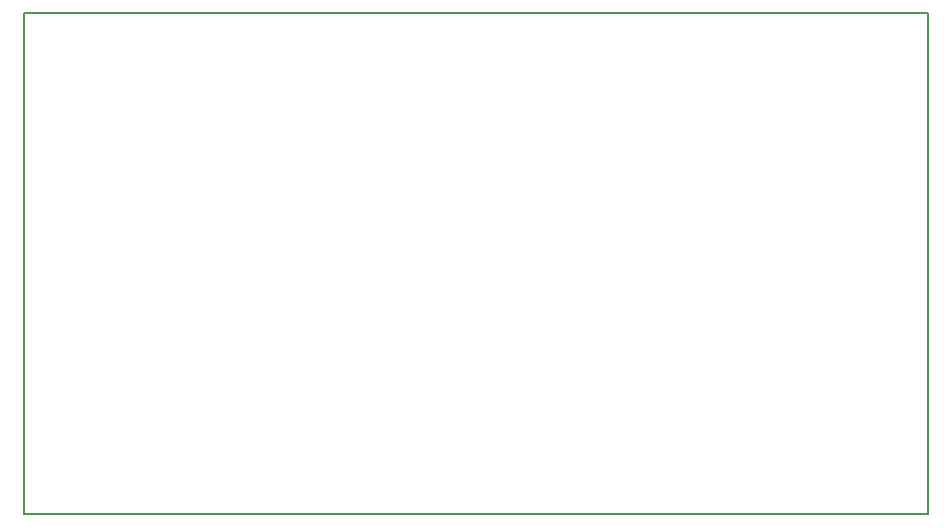
<source format=gm1>
G04 MADE WITH FRITZING*
G04 WWW.FRITZING.ORG*
G04 DOUBLE SIDED*
G04 HOLES PLATED*
G04 CONTOUR ON CENTER OF CONTOUR VECTOR*
%ASAXBY*%
%FSLAX23Y23*%
%MOIN*%
%OFA0B0*%
%SFA1.0B1.0*%
%ADD10R,3.023040X1.678370*%
%ADD11C,0.008000*%
%ADD10C,0.008*%
%LNCONTOUR*%
G90*
G70*
G54D10*
G54D11*
X4Y1674D02*
X3019Y1674D01*
X3019Y4D01*
X4Y4D01*
X4Y1674D01*
D02*
G04 End of contour*
M02*
</source>
